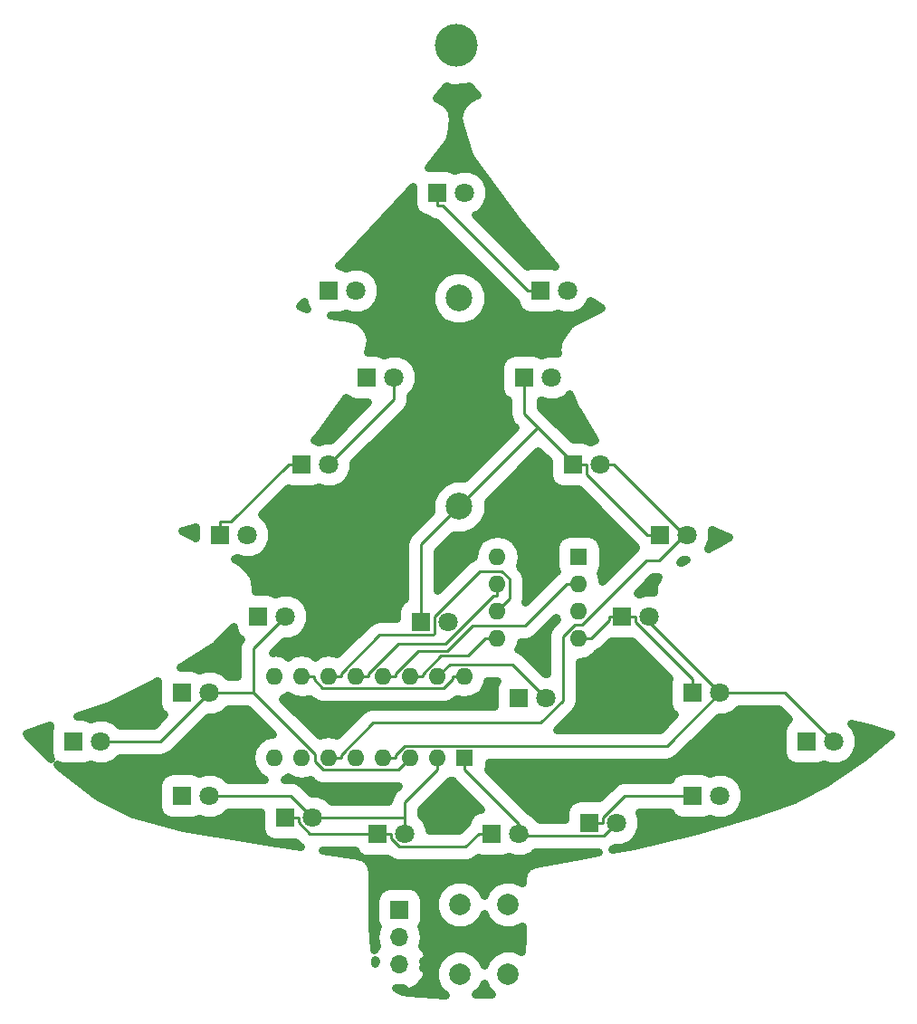
<source format=gbr>
G04 #@! TF.FileFunction,Copper,L2,Bot,Signal*
%FSLAX46Y46*%
G04 Gerber Fmt 4.6, Leading zero omitted, Abs format (unit mm)*
G04 Created by KiCad (PCBNEW 4.0.7) date 09/09/18 15:16:27*
%MOMM*%
%LPD*%
G01*
G04 APERTURE LIST*
%ADD10C,0.100000*%
%ADD11C,2.500000*%
%ADD12C,2.000000*%
%ADD13R,1.800000X1.800000*%
%ADD14C,1.800000*%
%ADD15R,1.600000X1.600000*%
%ADD16O,1.600000X1.600000*%
%ADD17R,1.700000X1.700000*%
%ADD18O,1.700000X1.700000*%
%ADD19C,4.000000*%
%ADD20C,0.250000*%
%ADD21C,0.800000*%
G04 APERTURE END LIST*
D10*
D11*
X133096000Y-100456000D03*
X133096000Y-80956000D03*
D12*
X133168000Y-137668000D03*
X137668000Y-137668000D03*
X133168000Y-144168000D03*
X137668000Y-144168000D03*
D13*
X125476000Y-131064000D03*
D14*
X128016000Y-131064000D03*
D13*
X116840000Y-129540000D03*
D14*
X119380000Y-129540000D03*
D13*
X107188000Y-127508000D03*
D14*
X109728000Y-127508000D03*
D13*
X97028000Y-122428000D03*
D14*
X99568000Y-122428000D03*
D13*
X107188000Y-117856000D03*
D14*
X109728000Y-117856000D03*
D13*
X114300000Y-110744000D03*
D14*
X116840000Y-110744000D03*
D13*
X110744000Y-103124000D03*
D14*
X113284000Y-103124000D03*
D13*
X118364000Y-96520000D03*
D14*
X120904000Y-96520000D03*
D13*
X124460000Y-88392000D03*
D14*
X127000000Y-88392000D03*
D13*
X120904000Y-80264000D03*
D14*
X123444000Y-80264000D03*
D13*
X131064000Y-71120000D03*
D14*
X133604000Y-71120000D03*
D13*
X140716000Y-80264000D03*
D14*
X143256000Y-80264000D03*
D13*
X139192000Y-88392000D03*
D14*
X141732000Y-88392000D03*
D13*
X143764000Y-96520000D03*
D14*
X146304000Y-96520000D03*
D13*
X151892000Y-103124000D03*
D14*
X154432000Y-103124000D03*
D13*
X148336000Y-110744000D03*
D14*
X150876000Y-110744000D03*
D13*
X154940000Y-117856000D03*
D14*
X157480000Y-117856000D03*
D13*
X165608000Y-122428000D03*
D14*
X168148000Y-122428000D03*
D13*
X154940000Y-127508000D03*
D14*
X157480000Y-127508000D03*
D13*
X145288000Y-130048000D03*
D14*
X147828000Y-130048000D03*
D13*
X136144000Y-131064000D03*
D14*
X138684000Y-131064000D03*
D13*
X138684000Y-118364000D03*
D14*
X141224000Y-118364000D03*
D13*
X129540000Y-111252000D03*
D14*
X132080000Y-111252000D03*
D15*
X133604000Y-123952000D03*
D16*
X115824000Y-116332000D03*
X131064000Y-123952000D03*
X118364000Y-116332000D03*
X128524000Y-123952000D03*
X120904000Y-116332000D03*
X125984000Y-123952000D03*
X123444000Y-116332000D03*
X123444000Y-123952000D03*
X125984000Y-116332000D03*
X120904000Y-123952000D03*
X128524000Y-116332000D03*
X118364000Y-123952000D03*
X131064000Y-116332000D03*
X115824000Y-123952000D03*
X133604000Y-116332000D03*
D15*
X144272000Y-105156000D03*
D16*
X136652000Y-112776000D03*
X144272000Y-107696000D03*
X136652000Y-110236000D03*
X144272000Y-110236000D03*
X136652000Y-107696000D03*
X144272000Y-112776000D03*
X136652000Y-105156000D03*
D17*
X127508000Y-138176000D03*
D18*
X127508000Y-140716000D03*
X127508000Y-143256000D03*
D19*
X132842000Y-57364000D03*
D20*
X148593800Y-127508000D02*
X154940000Y-127508000D01*
X146513300Y-129588500D02*
X148593800Y-127508000D01*
X146513300Y-130048000D02*
X146513300Y-129588500D01*
X145288000Y-130048000D02*
X146513300Y-130048000D01*
X111760000Y-101898700D02*
X110744000Y-101898700D01*
X117138700Y-96520000D02*
X111760000Y-101898700D01*
X118364000Y-96520000D02*
X117138700Y-96520000D01*
X110744000Y-103124000D02*
X110744000Y-101898700D01*
X116840000Y-129540000D02*
X118065300Y-129540000D01*
X147110700Y-111062600D02*
X147110700Y-110744000D01*
X145397300Y-112776000D02*
X147110700Y-111062600D01*
X144272000Y-112776000D02*
X145397300Y-112776000D01*
X148336000Y-110744000D02*
X147110700Y-110744000D01*
X149561300Y-111252000D02*
X149561300Y-110744000D01*
X154940000Y-116630700D02*
X149561300Y-111252000D01*
X154940000Y-117856000D02*
X154940000Y-116630700D01*
X148336000Y-110744000D02*
X149561300Y-110744000D01*
X144989300Y-97446600D02*
X150666700Y-103124000D01*
X144989300Y-96520000D02*
X144989300Y-97446600D01*
X151892000Y-103124000D02*
X150666700Y-103124000D01*
X119129800Y-131064000D02*
X125476000Y-131064000D01*
X118065300Y-129999500D02*
X119129800Y-131064000D01*
X118065300Y-129540000D02*
X118065300Y-129999500D01*
X131572000Y-72345300D02*
X131064000Y-72345300D01*
X139490700Y-80264000D02*
X131572000Y-72345300D01*
X140716000Y-80264000D02*
X139490700Y-80264000D01*
X131064000Y-71120000D02*
X131064000Y-72345300D01*
X126701300Y-131523600D02*
X126701300Y-131064000D01*
X127467000Y-132289300D02*
X126701300Y-131523600D01*
X133693400Y-132289300D02*
X127467000Y-132289300D01*
X134918700Y-131064000D02*
X133693400Y-132289300D01*
X136144000Y-131064000D02*
X134918700Y-131064000D01*
X125476000Y-131064000D02*
X126701300Y-131064000D01*
X143764000Y-96520000D02*
X143889500Y-96520000D01*
X143889500Y-96520000D02*
X144989300Y-96520000D01*
X143889500Y-96520000D02*
X140460800Y-93091200D01*
X139192000Y-91822500D02*
X139192000Y-88392000D01*
X140460800Y-93091200D02*
X139192000Y-91822500D01*
X129540000Y-104012000D02*
X133096000Y-100456000D01*
X129540000Y-111252000D02*
X129540000Y-104012000D01*
X133096000Y-100456000D02*
X140460800Y-93091200D01*
X131064000Y-123952000D02*
X131064000Y-125077300D01*
X117348000Y-127508000D02*
X119380000Y-129540000D01*
X109728000Y-127508000D02*
X117348000Y-127508000D01*
X128016000Y-129540000D02*
X119380000Y-129540000D01*
X128016000Y-128125300D02*
X128016000Y-129540000D01*
X131064000Y-125077300D02*
X128016000Y-128125300D01*
X128016000Y-129540000D02*
X128016000Y-131064000D01*
X105156000Y-122428000D02*
X99568000Y-122428000D01*
X109728000Y-117856000D02*
X105156000Y-122428000D01*
X113862300Y-113721700D02*
X116840000Y-110744000D01*
X113862300Y-117856000D02*
X113862300Y-113721700D01*
X119634000Y-123627700D02*
X113862300Y-117856000D01*
X119634000Y-124332300D02*
X119634000Y-123627700D01*
X120388800Y-125087100D02*
X119634000Y-124332300D01*
X127388900Y-125087100D02*
X120388800Y-125087100D01*
X128524000Y-123952000D02*
X127388900Y-125087100D01*
X113862300Y-117856000D02*
X109728000Y-117856000D01*
X127000000Y-90424000D02*
X127000000Y-88392000D01*
X120904000Y-96520000D02*
X127000000Y-90424000D01*
X120904000Y-123952000D02*
X122029300Y-123952000D01*
X153662100Y-103124000D02*
X154432000Y-103124000D01*
X153662100Y-103629200D02*
X153662100Y-103124000D01*
X151766700Y-105524600D02*
X153662100Y-103629200D01*
X150578200Y-105524600D02*
X151766700Y-105524600D01*
X144596800Y-111506000D02*
X150578200Y-105524600D01*
X143885300Y-111506000D02*
X144596800Y-111506000D01*
X142773700Y-112617600D02*
X143885300Y-111506000D01*
X142773700Y-118611000D02*
X142773700Y-112617600D01*
X140729000Y-120655700D02*
X142773700Y-118611000D01*
X125044300Y-120655700D02*
X140729000Y-120655700D01*
X122029300Y-123670700D02*
X125044300Y-120655700D01*
X122029300Y-123952000D02*
X122029300Y-123670700D01*
X147579900Y-96520000D02*
X146304000Y-96520000D01*
X153662100Y-102602200D02*
X147579900Y-96520000D01*
X153662100Y-103124000D02*
X153662100Y-102602200D01*
X125984000Y-123952000D02*
X127109300Y-123952000D01*
X163576000Y-117856000D02*
X157480000Y-117856000D01*
X168148000Y-122428000D02*
X163576000Y-117856000D01*
X152509300Y-122826700D02*
X157480000Y-117856000D01*
X127975100Y-122826700D02*
X152509300Y-122826700D01*
X127109300Y-123692500D02*
X127975100Y-122826700D01*
X127109300Y-123952000D02*
X127109300Y-123692500D01*
X150876000Y-111252000D02*
X150876000Y-110744000D01*
X157480000Y-117856000D02*
X150876000Y-111252000D01*
X138893400Y-131273400D02*
X138684000Y-131064000D01*
X146602600Y-131273400D02*
X138893400Y-131273400D01*
X147828000Y-130048000D02*
X146602600Y-131273400D01*
X138683900Y-131064000D02*
X138684000Y-131064000D01*
X138683900Y-130157200D02*
X138683900Y-131064000D01*
X133604000Y-125077300D02*
X138683900Y-130157200D01*
X133604000Y-123952000D02*
X133604000Y-125077300D01*
X138062800Y-115202800D02*
X141224000Y-118364000D01*
X132193200Y-115202800D02*
X138062800Y-115202800D01*
X131064000Y-116332000D02*
X132193200Y-115202800D01*
X128524000Y-116332000D02*
X129649300Y-116332000D01*
X136652000Y-112776000D02*
X135526700Y-112776000D01*
X133904800Y-114397900D02*
X135526700Y-112776000D01*
X131400600Y-114397900D02*
X133904800Y-114397900D01*
X129649300Y-116149200D02*
X131400600Y-114397900D01*
X129649300Y-116332000D02*
X129649300Y-116149200D01*
X122029300Y-116050700D02*
X122029300Y-116332000D01*
X125602600Y-112477400D02*
X122029300Y-116050700D01*
X130659400Y-112477400D02*
X125602600Y-112477400D01*
X130765400Y-112371400D02*
X130659400Y-112477400D01*
X130765400Y-110781300D02*
X130765400Y-112371400D01*
X135020000Y-106526700D02*
X130765400Y-110781300D01*
X137083800Y-106526700D02*
X135020000Y-106526700D01*
X137788400Y-107231300D02*
X137083800Y-106526700D01*
X137788400Y-109099600D02*
X137788400Y-107231300D01*
X136652000Y-110236000D02*
X137788400Y-109099600D01*
X120904000Y-116332000D02*
X122029300Y-116332000D01*
X119489300Y-116613400D02*
X119489300Y-116332000D01*
X120333200Y-117457300D02*
X119489300Y-116613400D01*
X131634700Y-117457300D02*
X120333200Y-117457300D01*
X132478700Y-116613300D02*
X131634700Y-117457300D01*
X132478700Y-116332000D02*
X132478700Y-116613300D01*
X133604000Y-116332000D02*
X132478700Y-116332000D01*
X118364000Y-116332000D02*
X119489300Y-116332000D01*
X136652000Y-107696000D02*
X136652000Y-108821300D01*
X123444000Y-116332000D02*
X124569300Y-116332000D01*
X136257000Y-108821300D02*
X136652000Y-108821300D01*
X131806100Y-113272200D02*
X136257000Y-108821300D01*
X127424600Y-113272200D02*
X131806100Y-113272200D01*
X124569300Y-116127500D02*
X127424600Y-113272200D01*
X124569300Y-116332000D02*
X124569300Y-116127500D01*
X144272000Y-107696000D02*
X143146700Y-107696000D01*
X125984000Y-116332000D02*
X127109300Y-116332000D01*
X139217200Y-111625500D02*
X143146700Y-107696000D01*
X134314700Y-111625500D02*
X139217200Y-111625500D01*
X131992600Y-113947600D02*
X134314700Y-111625500D01*
X129289200Y-113947600D02*
X131992600Y-113947600D01*
X127109300Y-116127500D02*
X129289200Y-113947600D01*
X127109300Y-116332000D02*
X127109300Y-116127500D01*
D21*
G36*
X143951287Y-133214214D02*
X140219622Y-133844475D01*
X140066694Y-133902679D01*
X139906209Y-133934601D01*
X139804823Y-134002345D01*
X139690861Y-134045718D01*
X139571848Y-134158014D01*
X139435795Y-134248921D01*
X139368051Y-134350307D01*
X139279362Y-134433990D01*
X139212381Y-134583284D01*
X139121475Y-134719335D01*
X139097686Y-134838929D01*
X139047773Y-134950181D01*
X139043023Y-135113739D01*
X139011100Y-135274226D01*
X139011100Y-135627022D01*
X138147484Y-135268417D01*
X137192705Y-135267584D01*
X136310285Y-135632192D01*
X135634565Y-136306734D01*
X135417919Y-136828475D01*
X135203808Y-136310285D01*
X134529266Y-135634565D01*
X133647484Y-135268417D01*
X132692705Y-135267584D01*
X131810285Y-135632192D01*
X131134565Y-136306734D01*
X130768417Y-137188516D01*
X130767584Y-138143295D01*
X131132192Y-139025715D01*
X131806734Y-139701435D01*
X132688516Y-140067583D01*
X133643295Y-140068416D01*
X134525715Y-139703808D01*
X135201435Y-139029266D01*
X135418081Y-138507525D01*
X135632192Y-139025715D01*
X136306734Y-139701435D01*
X137188516Y-140067583D01*
X138143295Y-140068416D01*
X139011100Y-139709847D01*
X139011100Y-140708643D01*
X138912823Y-142086213D01*
X138147484Y-141768417D01*
X137192705Y-141767584D01*
X136310285Y-142132192D01*
X135634565Y-142806734D01*
X135417919Y-143328475D01*
X135203808Y-142810285D01*
X134529266Y-142134565D01*
X133647484Y-141768417D01*
X132692705Y-141767584D01*
X131810285Y-142132192D01*
X131134565Y-142806734D01*
X130768417Y-143688516D01*
X130767584Y-144643295D01*
X131132192Y-145525715D01*
X131780589Y-146175244D01*
X128311658Y-145878997D01*
X129231618Y-145398830D01*
X129920441Y-144576117D01*
X130147302Y-144028387D01*
X129755916Y-143606000D01*
X129732461Y-143606000D01*
X129802080Y-143256000D01*
X129732461Y-142906000D01*
X129755916Y-142906000D01*
X130147302Y-142483613D01*
X129920441Y-141935883D01*
X129626009Y-141584221D01*
X129630809Y-141577038D01*
X129802080Y-140716000D01*
X129630809Y-139854962D01*
X129559220Y-139747822D01*
X129672966Y-139581349D01*
X129785427Y-139026000D01*
X129785427Y-137326000D01*
X129687806Y-136807191D01*
X129381191Y-136330697D01*
X128913349Y-136011034D01*
X128358000Y-135898573D01*
X126658000Y-135898573D01*
X126139191Y-135996194D01*
X125662697Y-136302809D01*
X125343034Y-136770651D01*
X125230573Y-137326000D01*
X125230573Y-139026000D01*
X125328194Y-139544809D01*
X125457824Y-139746260D01*
X125385191Y-139854962D01*
X125213920Y-140716000D01*
X125385191Y-141577038D01*
X125389991Y-141584221D01*
X125110671Y-141917833D01*
X124911100Y-139669935D01*
X124911100Y-134529638D01*
X124876532Y-134355853D01*
X124868033Y-134178869D01*
X124821848Y-134080940D01*
X124800725Y-133974747D01*
X124702283Y-133827418D01*
X124626703Y-133667160D01*
X124546560Y-133594361D01*
X124486405Y-133504333D01*
X124339076Y-133405891D01*
X124250613Y-133325534D01*
X124576000Y-133391427D01*
X126376000Y-133391427D01*
X126413660Y-133384341D01*
X126883408Y-133698216D01*
X127467000Y-133814300D01*
X133693400Y-133814300D01*
X134276992Y-133698216D01*
X134771738Y-133367638D01*
X134831485Y-133307891D01*
X135244000Y-133391427D01*
X137044000Y-133391427D01*
X137562809Y-133293806D01*
X137756404Y-133169232D01*
X138224495Y-133363600D01*
X139139491Y-133364399D01*
X139985143Y-133014982D01*
X140202104Y-132798400D01*
X146079391Y-132798400D01*
X143951287Y-133214214D01*
X143951287Y-133214214D01*
G37*
X143951287Y-133214214D02*
X140219622Y-133844475D01*
X140066694Y-133902679D01*
X139906209Y-133934601D01*
X139804823Y-134002345D01*
X139690861Y-134045718D01*
X139571848Y-134158014D01*
X139435795Y-134248921D01*
X139368051Y-134350307D01*
X139279362Y-134433990D01*
X139212381Y-134583284D01*
X139121475Y-134719335D01*
X139097686Y-134838929D01*
X139047773Y-134950181D01*
X139043023Y-135113739D01*
X139011100Y-135274226D01*
X139011100Y-135627022D01*
X138147484Y-135268417D01*
X137192705Y-135267584D01*
X136310285Y-135632192D01*
X135634565Y-136306734D01*
X135417919Y-136828475D01*
X135203808Y-136310285D01*
X134529266Y-135634565D01*
X133647484Y-135268417D01*
X132692705Y-135267584D01*
X131810285Y-135632192D01*
X131134565Y-136306734D01*
X130768417Y-137188516D01*
X130767584Y-138143295D01*
X131132192Y-139025715D01*
X131806734Y-139701435D01*
X132688516Y-140067583D01*
X133643295Y-140068416D01*
X134525715Y-139703808D01*
X135201435Y-139029266D01*
X135418081Y-138507525D01*
X135632192Y-139025715D01*
X136306734Y-139701435D01*
X137188516Y-140067583D01*
X138143295Y-140068416D01*
X139011100Y-139709847D01*
X139011100Y-140708643D01*
X138912823Y-142086213D01*
X138147484Y-141768417D01*
X137192705Y-141767584D01*
X136310285Y-142132192D01*
X135634565Y-142806734D01*
X135417919Y-143328475D01*
X135203808Y-142810285D01*
X134529266Y-142134565D01*
X133647484Y-141768417D01*
X132692705Y-141767584D01*
X131810285Y-142132192D01*
X131134565Y-142806734D01*
X130768417Y-143688516D01*
X130767584Y-144643295D01*
X131132192Y-145525715D01*
X131780589Y-146175244D01*
X128311658Y-145878997D01*
X129231618Y-145398830D01*
X129920441Y-144576117D01*
X130147302Y-144028387D01*
X129755916Y-143606000D01*
X129732461Y-143606000D01*
X129802080Y-143256000D01*
X129732461Y-142906000D01*
X129755916Y-142906000D01*
X130147302Y-142483613D01*
X129920441Y-141935883D01*
X129626009Y-141584221D01*
X129630809Y-141577038D01*
X129802080Y-140716000D01*
X129630809Y-139854962D01*
X129559220Y-139747822D01*
X129672966Y-139581349D01*
X129785427Y-139026000D01*
X129785427Y-137326000D01*
X129687806Y-136807191D01*
X129381191Y-136330697D01*
X128913349Y-136011034D01*
X128358000Y-135898573D01*
X126658000Y-135898573D01*
X126139191Y-135996194D01*
X125662697Y-136302809D01*
X125343034Y-136770651D01*
X125230573Y-137326000D01*
X125230573Y-139026000D01*
X125328194Y-139544809D01*
X125457824Y-139746260D01*
X125385191Y-139854962D01*
X125213920Y-140716000D01*
X125385191Y-141577038D01*
X125389991Y-141584221D01*
X125110671Y-141917833D01*
X124911100Y-139669935D01*
X124911100Y-134529638D01*
X124876532Y-134355853D01*
X124868033Y-134178869D01*
X124821848Y-134080940D01*
X124800725Y-133974747D01*
X124702283Y-133827418D01*
X124626703Y-133667160D01*
X124546560Y-133594361D01*
X124486405Y-133504333D01*
X124339076Y-133405891D01*
X124250613Y-133325534D01*
X124576000Y-133391427D01*
X126376000Y-133391427D01*
X126413660Y-133384341D01*
X126883408Y-133698216D01*
X127467000Y-133814300D01*
X133693400Y-133814300D01*
X134276992Y-133698216D01*
X134771738Y-133367638D01*
X134831485Y-133307891D01*
X135244000Y-133391427D01*
X137044000Y-133391427D01*
X137562809Y-133293806D01*
X137756404Y-133169232D01*
X138224495Y-133363600D01*
X139139491Y-133364399D01*
X139985143Y-133014982D01*
X140202104Y-132798400D01*
X146079391Y-132798400D01*
X143951287Y-133214214D01*
G36*
X135632192Y-145525715D02*
X136156299Y-146050737D01*
X134633116Y-146096594D01*
X135201435Y-145529266D01*
X135418081Y-145007525D01*
X135632192Y-145525715D01*
X135632192Y-145525715D01*
G37*
X135632192Y-145525715D02*
X136156299Y-146050737D01*
X134633116Y-146096594D01*
X135201435Y-145529266D01*
X135418081Y-145007525D01*
X135632192Y-145525715D01*
G36*
X127858000Y-145508651D02*
X128257511Y-145874373D01*
X127825480Y-145837477D01*
X127158000Y-145507377D01*
X127158000Y-145445149D01*
X127463920Y-145506000D01*
X127552080Y-145506000D01*
X127858000Y-145445149D01*
X127858000Y-145508651D01*
X127858000Y-145508651D01*
G37*
X127858000Y-145508651D02*
X128257511Y-145874373D01*
X127825480Y-145837477D01*
X127158000Y-145507377D01*
X127158000Y-145445149D01*
X127463920Y-145506000D01*
X127552080Y-145506000D01*
X127858000Y-145445149D01*
X127858000Y-145508651D01*
G36*
X125260084Y-142906000D02*
X125283539Y-142906000D01*
X125224675Y-143201932D01*
X125191865Y-142832378D01*
X125260084Y-142906000D01*
X125260084Y-142906000D01*
G37*
X125260084Y-142906000D02*
X125283539Y-142906000D01*
X125224675Y-143201932D01*
X125191865Y-142832378D01*
X125260084Y-142906000D01*
G36*
X123552809Y-132959303D02*
X123837288Y-133153679D01*
X123675441Y-133095568D01*
X120286211Y-132589000D01*
X123314526Y-132589000D01*
X123552809Y-132959303D01*
X123552809Y-132959303D01*
G37*
X123552809Y-132959303D02*
X123837288Y-133153679D01*
X123675441Y-133095568D01*
X120286211Y-132589000D01*
X123314526Y-132589000D01*
X123552809Y-132959303D01*
G36*
X163928967Y-120365643D02*
X163712697Y-120504809D01*
X163393034Y-120972651D01*
X163280573Y-121528000D01*
X163280573Y-123328000D01*
X163378194Y-123846809D01*
X163684809Y-124323303D01*
X164152651Y-124642966D01*
X164708000Y-124755427D01*
X166508000Y-124755427D01*
X167026809Y-124657806D01*
X167220404Y-124533232D01*
X167688495Y-124727600D01*
X168603491Y-124728399D01*
X169449143Y-124378982D01*
X170096708Y-123732547D01*
X170447600Y-122887505D01*
X170448399Y-121972509D01*
X170098982Y-121126857D01*
X169714071Y-120741274D01*
X171530595Y-121181997D01*
X173301805Y-121726975D01*
X173489220Y-121797882D01*
X170889285Y-123896446D01*
X167456613Y-126249477D01*
X164382763Y-127848848D01*
X160770608Y-129168318D01*
X155351738Y-130706596D01*
X149413588Y-132146926D01*
X147398076Y-132540740D01*
X147680938Y-132351738D01*
X147684800Y-132347876D01*
X148283491Y-132348399D01*
X149129143Y-131998982D01*
X149776708Y-131352547D01*
X150127600Y-130507505D01*
X150128399Y-129592509D01*
X149897214Y-129033000D01*
X152778526Y-129033000D01*
X153016809Y-129403303D01*
X153484651Y-129722966D01*
X154040000Y-129835427D01*
X155840000Y-129835427D01*
X156358809Y-129737806D01*
X156552404Y-129613232D01*
X157020495Y-129807600D01*
X157935491Y-129808399D01*
X158781143Y-129458982D01*
X159428708Y-128812547D01*
X159779600Y-127967505D01*
X159780399Y-127052509D01*
X159430982Y-126206857D01*
X158784547Y-125559292D01*
X157939505Y-125208400D01*
X157024509Y-125207601D01*
X156554525Y-125401795D01*
X156395349Y-125293034D01*
X155840000Y-125180573D01*
X154040000Y-125180573D01*
X153521191Y-125278194D01*
X153044697Y-125584809D01*
X152772625Y-125983000D01*
X148593800Y-125983000D01*
X148010208Y-126099084D01*
X147515462Y-126429662D01*
X146218396Y-127726728D01*
X146188000Y-127720573D01*
X144388000Y-127720573D01*
X143869191Y-127818194D01*
X143392697Y-128124809D01*
X143073034Y-128592651D01*
X142960573Y-129148000D01*
X142960573Y-129748400D01*
X140620550Y-129748400D01*
X139988547Y-129115292D01*
X139663836Y-128980460D01*
X135764731Y-125081355D01*
X135831427Y-124752000D01*
X135831427Y-124351700D01*
X152509300Y-124351700D01*
X153092892Y-124235616D01*
X153587638Y-123905038D01*
X157336800Y-120155876D01*
X157935491Y-120156399D01*
X158781143Y-119806982D01*
X159207870Y-119381000D01*
X162944324Y-119381000D01*
X163928967Y-120365643D01*
X163928967Y-120365643D01*
G37*
X163928967Y-120365643D02*
X163712697Y-120504809D01*
X163393034Y-120972651D01*
X163280573Y-121528000D01*
X163280573Y-123328000D01*
X163378194Y-123846809D01*
X163684809Y-124323303D01*
X164152651Y-124642966D01*
X164708000Y-124755427D01*
X166508000Y-124755427D01*
X167026809Y-124657806D01*
X167220404Y-124533232D01*
X167688495Y-124727600D01*
X168603491Y-124728399D01*
X169449143Y-124378982D01*
X170096708Y-123732547D01*
X170447600Y-122887505D01*
X170448399Y-121972509D01*
X170098982Y-121126857D01*
X169714071Y-120741274D01*
X171530595Y-121181997D01*
X173301805Y-121726975D01*
X173489220Y-121797882D01*
X170889285Y-123896446D01*
X167456613Y-126249477D01*
X164382763Y-127848848D01*
X160770608Y-129168318D01*
X155351738Y-130706596D01*
X149413588Y-132146926D01*
X147398076Y-132540740D01*
X147680938Y-132351738D01*
X147684800Y-132347876D01*
X148283491Y-132348399D01*
X149129143Y-131998982D01*
X149776708Y-131352547D01*
X150127600Y-130507505D01*
X150128399Y-129592509D01*
X149897214Y-129033000D01*
X152778526Y-129033000D01*
X153016809Y-129403303D01*
X153484651Y-129722966D01*
X154040000Y-129835427D01*
X155840000Y-129835427D01*
X156358809Y-129737806D01*
X156552404Y-129613232D01*
X157020495Y-129807600D01*
X157935491Y-129808399D01*
X158781143Y-129458982D01*
X159428708Y-128812547D01*
X159779600Y-127967505D01*
X159780399Y-127052509D01*
X159430982Y-126206857D01*
X158784547Y-125559292D01*
X157939505Y-125208400D01*
X157024509Y-125207601D01*
X156554525Y-125401795D01*
X156395349Y-125293034D01*
X155840000Y-125180573D01*
X154040000Y-125180573D01*
X153521191Y-125278194D01*
X153044697Y-125584809D01*
X152772625Y-125983000D01*
X148593800Y-125983000D01*
X148010208Y-126099084D01*
X147515462Y-126429662D01*
X146218396Y-127726728D01*
X146188000Y-127720573D01*
X144388000Y-127720573D01*
X143869191Y-127818194D01*
X143392697Y-128124809D01*
X143073034Y-128592651D01*
X142960573Y-129148000D01*
X142960573Y-129748400D01*
X140620550Y-129748400D01*
X139988547Y-129115292D01*
X139663836Y-128980460D01*
X135764731Y-125081355D01*
X135831427Y-124752000D01*
X135831427Y-124351700D01*
X152509300Y-124351700D01*
X153092892Y-124235616D01*
X153587638Y-123905038D01*
X157336800Y-120155876D01*
X157935491Y-120156399D01*
X158781143Y-119806982D01*
X159207870Y-119381000D01*
X162944324Y-119381000D01*
X163928967Y-120365643D01*
G36*
X115602568Y-121752944D02*
X114982096Y-121876364D01*
X114268365Y-122353264D01*
X113791465Y-123066995D01*
X113624000Y-123908899D01*
X113624000Y-123995101D01*
X113791465Y-124837005D01*
X114268365Y-125550736D01*
X114915294Y-125983000D01*
X111455516Y-125983000D01*
X111032547Y-125559292D01*
X110187505Y-125208400D01*
X109272509Y-125207601D01*
X108802525Y-125401795D01*
X108643349Y-125293034D01*
X108088000Y-125180573D01*
X106288000Y-125180573D01*
X105769191Y-125278194D01*
X105292697Y-125584809D01*
X104973034Y-126052651D01*
X104860573Y-126608000D01*
X104860573Y-128408000D01*
X104958194Y-128926809D01*
X105264809Y-129403303D01*
X105732651Y-129722966D01*
X106288000Y-129835427D01*
X108088000Y-129835427D01*
X108606809Y-129737806D01*
X108800404Y-129613232D01*
X109268495Y-129807600D01*
X110183491Y-129808399D01*
X111029143Y-129458982D01*
X111455870Y-129033000D01*
X114512573Y-129033000D01*
X114512573Y-130440000D01*
X114610194Y-130958809D01*
X114916809Y-131435303D01*
X115384651Y-131754966D01*
X115940000Y-131867427D01*
X117740000Y-131867427D01*
X117770763Y-131861639D01*
X118051462Y-132142338D01*
X118268629Y-132287444D01*
X115438942Y-131864508D01*
X107221667Y-130477637D01*
X102558360Y-129210229D01*
X99220793Y-127547001D01*
X95817990Y-124893421D01*
X95507846Y-124598687D01*
X95572651Y-124642966D01*
X96128000Y-124755427D01*
X97928000Y-124755427D01*
X98446809Y-124657806D01*
X98640404Y-124533232D01*
X99108495Y-124727600D01*
X100023491Y-124728399D01*
X100869143Y-124378982D01*
X101295870Y-123953000D01*
X105156000Y-123953000D01*
X105739592Y-123836916D01*
X106234338Y-123506338D01*
X109584800Y-120155876D01*
X110183491Y-120156399D01*
X111029143Y-119806982D01*
X111455870Y-119381000D01*
X113230624Y-119381000D01*
X115602568Y-121752944D01*
X115602568Y-121752944D01*
G37*
X115602568Y-121752944D02*
X114982096Y-121876364D01*
X114268365Y-122353264D01*
X113791465Y-123066995D01*
X113624000Y-123908899D01*
X113624000Y-123995101D01*
X113791465Y-124837005D01*
X114268365Y-125550736D01*
X114915294Y-125983000D01*
X111455516Y-125983000D01*
X111032547Y-125559292D01*
X110187505Y-125208400D01*
X109272509Y-125207601D01*
X108802525Y-125401795D01*
X108643349Y-125293034D01*
X108088000Y-125180573D01*
X106288000Y-125180573D01*
X105769191Y-125278194D01*
X105292697Y-125584809D01*
X104973034Y-126052651D01*
X104860573Y-126608000D01*
X104860573Y-128408000D01*
X104958194Y-128926809D01*
X105264809Y-129403303D01*
X105732651Y-129722966D01*
X106288000Y-129835427D01*
X108088000Y-129835427D01*
X108606809Y-129737806D01*
X108800404Y-129613232D01*
X109268495Y-129807600D01*
X110183491Y-129808399D01*
X111029143Y-129458982D01*
X111455870Y-129033000D01*
X114512573Y-129033000D01*
X114512573Y-130440000D01*
X114610194Y-130958809D01*
X114916809Y-131435303D01*
X115384651Y-131754966D01*
X115940000Y-131867427D01*
X117740000Y-131867427D01*
X117770763Y-131861639D01*
X118051462Y-132142338D01*
X118268629Y-132287444D01*
X115438942Y-131864508D01*
X107221667Y-130477637D01*
X102558360Y-129210229D01*
X99220793Y-127547001D01*
X95817990Y-124893421D01*
X95507846Y-124598687D01*
X95572651Y-124642966D01*
X96128000Y-124755427D01*
X97928000Y-124755427D01*
X98446809Y-124657806D01*
X98640404Y-124533232D01*
X99108495Y-124727600D01*
X100023491Y-124728399D01*
X100869143Y-124378982D01*
X101295870Y-123953000D01*
X105156000Y-123953000D01*
X105739592Y-123836916D01*
X106234338Y-123506338D01*
X109584800Y-120155876D01*
X110183491Y-120156399D01*
X111029143Y-119806982D01*
X111455870Y-119381000D01*
X113230624Y-119381000D01*
X115602568Y-121752944D01*
G36*
X132248651Y-126066966D02*
X132500489Y-126117965D01*
X132525662Y-126155638D01*
X135128357Y-128758333D01*
X134725191Y-128834194D01*
X134248697Y-129140809D01*
X133929034Y-129608651D01*
X133854616Y-129976138D01*
X133840362Y-129985662D01*
X133061724Y-130764300D01*
X130316263Y-130764300D01*
X130316399Y-130608509D01*
X129966982Y-129762857D01*
X129541000Y-129336130D01*
X129541000Y-128756976D01*
X132142338Y-126155638D01*
X132216339Y-126044888D01*
X132248651Y-126066966D01*
X132248651Y-126066966D01*
G37*
X132248651Y-126066966D02*
X132500489Y-126117965D01*
X132525662Y-126155638D01*
X135128357Y-128758333D01*
X134725191Y-128834194D01*
X134248697Y-129140809D01*
X133929034Y-129608651D01*
X133854616Y-129976138D01*
X133840362Y-129985662D01*
X133061724Y-130764300D01*
X130316263Y-130764300D01*
X130316399Y-130608509D01*
X129966982Y-129762857D01*
X129541000Y-129336130D01*
X129541000Y-128756976D01*
X132142338Y-126155638D01*
X132216339Y-126044888D01*
X132248651Y-126066966D01*
G36*
X119310462Y-126165438D02*
X119805208Y-126496016D01*
X120388800Y-126612100D01*
X127372524Y-126612100D01*
X126937662Y-127046962D01*
X126607084Y-127541708D01*
X126512940Y-128015000D01*
X121107516Y-128015000D01*
X120684547Y-127591292D01*
X119839505Y-127240400D01*
X119236549Y-127239873D01*
X118426338Y-126429662D01*
X117952914Y-126113331D01*
X118364000Y-126195101D01*
X119178176Y-126033152D01*
X119310462Y-126165438D01*
X119310462Y-126165438D01*
G37*
X119310462Y-126165438D02*
X119805208Y-126496016D01*
X120388800Y-126612100D01*
X127372524Y-126612100D01*
X126937662Y-127046962D01*
X126607084Y-127541708D01*
X126512940Y-128015000D01*
X121107516Y-128015000D01*
X120684547Y-127591292D01*
X119839505Y-127240400D01*
X119236549Y-127239873D01*
X118426338Y-126429662D01*
X117952914Y-126113331D01*
X118364000Y-126195101D01*
X119178176Y-126033152D01*
X119310462Y-126165438D01*
G36*
X117500773Y-126013389D02*
X117348000Y-125983000D01*
X116732706Y-125983000D01*
X117094000Y-125741591D01*
X117500773Y-126013389D01*
X117500773Y-126013389D01*
G37*
X117500773Y-126013389D02*
X117348000Y-125983000D01*
X116732706Y-125983000D01*
X117094000Y-125741591D01*
X117500773Y-126013389D01*
G36*
X94813034Y-120972651D02*
X94700573Y-121528000D01*
X94700573Y-123328000D01*
X94798194Y-123846809D01*
X94926538Y-124046262D01*
X94199604Y-123355447D01*
X92812402Y-121933442D01*
X92595163Y-121694203D01*
X93830029Y-121244802D01*
X94827442Y-120951564D01*
X94813034Y-120972651D01*
X94813034Y-120972651D01*
G37*
X94813034Y-120972651D02*
X94700573Y-121528000D01*
X94700573Y-123328000D01*
X94798194Y-123846809D01*
X94926538Y-124046262D01*
X94199604Y-123355447D01*
X92812402Y-121933442D01*
X92595163Y-121694203D01*
X93830029Y-121244802D01*
X94827442Y-120951564D01*
X94813034Y-120972651D01*
G36*
X136469034Y-116908651D02*
X136356573Y-117464000D01*
X136356573Y-119130700D01*
X125044300Y-119130700D01*
X124460708Y-119246784D01*
X123965962Y-119577362D01*
X121680058Y-121863266D01*
X120904000Y-121708899D01*
X120062096Y-121876364D01*
X120048455Y-121885479D01*
X116586422Y-118423446D01*
X116665904Y-118407636D01*
X117094000Y-118121591D01*
X117522096Y-118407636D01*
X118364000Y-118575101D01*
X119139974Y-118420750D01*
X119254862Y-118535638D01*
X119749608Y-118866216D01*
X120333200Y-118982300D01*
X131634700Y-118982300D01*
X132218292Y-118866216D01*
X132713038Y-118535638D01*
X132827942Y-118420734D01*
X133604000Y-118575101D01*
X134445904Y-118407636D01*
X135159635Y-117930736D01*
X135636535Y-117217005D01*
X135733844Y-116727800D01*
X136592604Y-116727800D01*
X136469034Y-116908651D01*
X136469034Y-116908651D01*
G37*
X136469034Y-116908651D02*
X136356573Y-117464000D01*
X136356573Y-119130700D01*
X125044300Y-119130700D01*
X124460708Y-119246784D01*
X123965962Y-119577362D01*
X121680058Y-121863266D01*
X120904000Y-121708899D01*
X120062096Y-121876364D01*
X120048455Y-121885479D01*
X116586422Y-118423446D01*
X116665904Y-118407636D01*
X117094000Y-118121591D01*
X117522096Y-118407636D01*
X118364000Y-118575101D01*
X119139974Y-118420750D01*
X119254862Y-118535638D01*
X119749608Y-118866216D01*
X120333200Y-118982300D01*
X131634700Y-118982300D01*
X132218292Y-118866216D01*
X132713038Y-118535638D01*
X132827942Y-118420734D01*
X133604000Y-118575101D01*
X134445904Y-118407636D01*
X135159635Y-117930736D01*
X135636535Y-117217005D01*
X135733844Y-116727800D01*
X136592604Y-116727800D01*
X136469034Y-116908651D01*
G36*
X147436000Y-113071427D02*
X149224051Y-113071427D01*
X152696109Y-116543485D01*
X152612573Y-116956000D01*
X152612573Y-118756000D01*
X152710194Y-119274809D01*
X153016809Y-119751303D01*
X153261102Y-119918222D01*
X151877624Y-121301700D01*
X142239676Y-121301700D01*
X143852038Y-119689338D01*
X144182616Y-119194593D01*
X144298700Y-118611000D01*
X144298700Y-114976000D01*
X144315101Y-114976000D01*
X145157005Y-114808535D01*
X145870736Y-114331635D01*
X145966913Y-114187697D01*
X145980892Y-114184916D01*
X146475638Y-113854338D01*
X147288432Y-113041544D01*
X147436000Y-113071427D01*
X147436000Y-113071427D01*
G37*
X147436000Y-113071427D02*
X149224051Y-113071427D01*
X152696109Y-116543485D01*
X152612573Y-116956000D01*
X152612573Y-118756000D01*
X152710194Y-119274809D01*
X153016809Y-119751303D01*
X153261102Y-119918222D01*
X151877624Y-121301700D01*
X142239676Y-121301700D01*
X143852038Y-119689338D01*
X144182616Y-119194593D01*
X144298700Y-118611000D01*
X144298700Y-114976000D01*
X144315101Y-114976000D01*
X145157005Y-114808535D01*
X145870736Y-114331635D01*
X145966913Y-114187697D01*
X145980892Y-114184916D01*
X146475638Y-113854338D01*
X147288432Y-113041544D01*
X147436000Y-113071427D01*
G36*
X104860573Y-116956000D02*
X104860573Y-118756000D01*
X104958194Y-119274809D01*
X105264809Y-119751303D01*
X105509102Y-119918222D01*
X104524324Y-120903000D01*
X101295516Y-120903000D01*
X100872547Y-120479292D01*
X100027505Y-120128400D01*
X99112509Y-120127601D01*
X98642525Y-120321795D01*
X98483349Y-120213034D01*
X97928000Y-120100573D01*
X97379317Y-120100573D01*
X100414468Y-119032973D01*
X100495909Y-118984753D01*
X100587090Y-118959382D01*
X104895592Y-116783072D01*
X104860573Y-116956000D01*
X104860573Y-116956000D01*
G37*
X104860573Y-116956000D02*
X104860573Y-118756000D01*
X104958194Y-119274809D01*
X105264809Y-119751303D01*
X105509102Y-119918222D01*
X104524324Y-120903000D01*
X101295516Y-120903000D01*
X100872547Y-120479292D01*
X100027505Y-120128400D01*
X99112509Y-120127601D01*
X98642525Y-120321795D01*
X98483349Y-120213034D01*
X97928000Y-120100573D01*
X97379317Y-120100573D01*
X100414468Y-119032973D01*
X100495909Y-118984753D01*
X100587090Y-118959382D01*
X104895592Y-116783072D01*
X104860573Y-116956000D01*
G36*
X112070194Y-112162809D02*
X112376809Y-112639303D01*
X112658204Y-112831572D01*
X112453384Y-113138108D01*
X112337300Y-113721700D01*
X112337300Y-116331000D01*
X111455516Y-116331000D01*
X111032547Y-115907292D01*
X110187505Y-115556400D01*
X109272509Y-115555601D01*
X108802525Y-115749795D01*
X108643349Y-115641034D01*
X108088000Y-115528573D01*
X107030739Y-115528573D01*
X110246716Y-113460845D01*
X110369501Y-113342317D01*
X110509351Y-113244520D01*
X111984193Y-111705753D01*
X112070194Y-112162809D01*
X112070194Y-112162809D01*
G37*
X112070194Y-112162809D02*
X112376809Y-112639303D01*
X112658204Y-112831572D01*
X112453384Y-113138108D01*
X112337300Y-113721700D01*
X112337300Y-116331000D01*
X111455516Y-116331000D01*
X111032547Y-115907292D01*
X110187505Y-115556400D01*
X109272509Y-115555601D01*
X108802525Y-115749795D01*
X108643349Y-115641034D01*
X108088000Y-115528573D01*
X107030739Y-115528573D01*
X110246716Y-113460845D01*
X110369501Y-113342317D01*
X110509351Y-113244520D01*
X111984193Y-111705753D01*
X112070194Y-112162809D01*
G36*
X142189787Y-111044837D02*
X141695362Y-111539262D01*
X141364784Y-112034008D01*
X141248700Y-112617600D01*
X141248700Y-116064020D01*
X141080549Y-116063873D01*
X139141138Y-114124462D01*
X138646392Y-113793884D01*
X138614313Y-113787503D01*
X138727636Y-113617904D01*
X138820608Y-113150500D01*
X139217200Y-113150500D01*
X139800792Y-113034416D01*
X140295538Y-112703838D01*
X142150757Y-110848619D01*
X142189787Y-111044837D01*
X142189787Y-111044837D01*
G37*
X142189787Y-111044837D02*
X141695362Y-111539262D01*
X141364784Y-112034008D01*
X141248700Y-112617600D01*
X141248700Y-116064020D01*
X141080549Y-116063873D01*
X139141138Y-114124462D01*
X138646392Y-113793884D01*
X138614313Y-113787503D01*
X138727636Y-113617904D01*
X138820608Y-113150500D01*
X139217200Y-113150500D01*
X139800792Y-113034416D01*
X140295538Y-112703838D01*
X142150757Y-110848619D01*
X142189787Y-111044837D01*
G36*
X128736573Y-72020000D02*
X128834194Y-72538809D01*
X129140809Y-73015303D01*
X129608651Y-73334966D01*
X129976138Y-73409384D01*
X129985662Y-73423638D01*
X130480408Y-73754216D01*
X130909615Y-73839591D01*
X138412362Y-81342338D01*
X138423534Y-81349803D01*
X138486194Y-81682809D01*
X138792809Y-82159303D01*
X139260651Y-82478966D01*
X139816000Y-82591427D01*
X141616000Y-82591427D01*
X142134809Y-82493806D01*
X142328404Y-82369232D01*
X142796495Y-82563600D01*
X143711491Y-82564399D01*
X144557143Y-82214982D01*
X145204708Y-81568547D01*
X145357790Y-81199884D01*
X146367900Y-81903957D01*
X146156538Y-81991445D01*
X146115535Y-82018828D01*
X146067924Y-82031658D01*
X143810518Y-83148902D01*
X143743787Y-83200258D01*
X143665533Y-83231362D01*
X143521410Y-83371400D01*
X143362162Y-83493957D01*
X143320163Y-83566942D01*
X143259769Y-83625624D01*
X142496969Y-84732453D01*
X142408926Y-84936654D01*
X142303859Y-85132633D01*
X142297667Y-85194701D01*
X142272970Y-85251983D01*
X142269773Y-85474332D01*
X142247701Y-85695601D01*
X142290270Y-86133411D01*
X142191505Y-86092400D01*
X141276509Y-86091601D01*
X140806525Y-86285795D01*
X140647349Y-86177034D01*
X140092000Y-86064573D01*
X138292000Y-86064573D01*
X137773191Y-86162194D01*
X137296697Y-86468809D01*
X136977034Y-86936651D01*
X136864573Y-87492000D01*
X136864573Y-89292000D01*
X136962194Y-89810809D01*
X137268809Y-90287303D01*
X137667000Y-90559375D01*
X137667000Y-91822500D01*
X137667006Y-91822530D01*
X137667000Y-91822560D01*
X137725234Y-92115260D01*
X137783084Y-92406092D01*
X137783101Y-92406117D01*
X137783107Y-92406148D01*
X137945486Y-92649144D01*
X138113662Y-92900838D01*
X138113689Y-92900856D01*
X138113705Y-92900880D01*
X138304082Y-93091242D01*
X133588895Y-97806429D01*
X132571195Y-97805541D01*
X131596856Y-98208129D01*
X130850749Y-98952935D01*
X130446461Y-99926570D01*
X130445568Y-100949756D01*
X128461662Y-102933662D01*
X128131084Y-103428408D01*
X128015000Y-104012000D01*
X128015000Y-109090526D01*
X127644697Y-109328809D01*
X127325034Y-109796651D01*
X127212573Y-110352000D01*
X127212573Y-110952400D01*
X125602600Y-110952400D01*
X125019008Y-111068484D01*
X124524262Y-111399062D01*
X121680058Y-114243266D01*
X120904000Y-114088899D01*
X120062096Y-114256364D01*
X119634000Y-114542409D01*
X119205904Y-114256364D01*
X118364000Y-114088899D01*
X117522096Y-114256364D01*
X117094000Y-114542409D01*
X116665904Y-114256364D01*
X115824000Y-114088899D01*
X115609014Y-114131662D01*
X116696800Y-113043876D01*
X117295491Y-113044399D01*
X118141143Y-112694982D01*
X118788708Y-112048547D01*
X119139600Y-111203505D01*
X119140399Y-110288509D01*
X118790982Y-109442857D01*
X118144547Y-108795292D01*
X117299505Y-108444400D01*
X116384509Y-108443601D01*
X115914525Y-108637795D01*
X115755349Y-108529034D01*
X115200000Y-108416573D01*
X113991458Y-108416573D01*
X113987800Y-108378596D01*
X114002695Y-108243294D01*
X113929270Y-107398559D01*
X113858384Y-107154848D01*
X113797520Y-106908453D01*
X113779668Y-106884217D01*
X113771260Y-106855311D01*
X113612504Y-106657276D01*
X113461983Y-106452930D01*
X112632604Y-105696273D01*
X112465499Y-105595370D01*
X112312050Y-105474704D01*
X112098047Y-105365992D01*
X112162809Y-105353806D01*
X112356404Y-105229232D01*
X112824495Y-105423600D01*
X113739491Y-105424399D01*
X114585143Y-105074982D01*
X115232708Y-104428547D01*
X115583600Y-103583505D01*
X115584399Y-102668509D01*
X115234982Y-101822857D01*
X114614293Y-101201083D01*
X117051485Y-98763891D01*
X117464000Y-98847427D01*
X119264000Y-98847427D01*
X119782809Y-98749806D01*
X119976404Y-98625232D01*
X120444495Y-98819600D01*
X121359491Y-98820399D01*
X122205143Y-98470982D01*
X122852708Y-97824547D01*
X123203600Y-96979505D01*
X123204127Y-96376549D01*
X128078338Y-91502338D01*
X128408916Y-91007592D01*
X128525000Y-90424000D01*
X128525000Y-90119516D01*
X128948708Y-89696547D01*
X129299600Y-88851505D01*
X129300399Y-87936509D01*
X128950982Y-87090857D01*
X128304547Y-86443292D01*
X127459505Y-86092400D01*
X126544509Y-86091601D01*
X126074525Y-86285795D01*
X125915349Y-86177034D01*
X125360000Y-86064573D01*
X124514833Y-86064573D01*
X124725732Y-85337474D01*
X124727116Y-85321407D01*
X124734229Y-85306935D01*
X124751351Y-85040167D01*
X124774304Y-84773801D01*
X124769434Y-84758426D01*
X124770467Y-84742335D01*
X124684198Y-84489320D01*
X124603471Y-84234447D01*
X124593089Y-84222107D01*
X124587885Y-84206844D01*
X124271715Y-83660929D01*
X124243868Y-83629263D01*
X124227995Y-83590198D01*
X124057973Y-83417868D01*
X123898106Y-83236072D01*
X123860262Y-83217473D01*
X123830647Y-83187456D01*
X123607620Y-83093308D01*
X123390352Y-82986529D01*
X123348271Y-82983828D01*
X123309423Y-82967429D01*
X122318663Y-82763401D01*
X122234213Y-82762832D01*
X122153141Y-82739167D01*
X121519365Y-82683469D01*
X121078257Y-82591427D01*
X121804000Y-82591427D01*
X122322809Y-82493806D01*
X122516404Y-82369232D01*
X122984495Y-82563600D01*
X123899491Y-82564399D01*
X124745143Y-82214982D01*
X125392708Y-81568547D01*
X125429141Y-81480805D01*
X130445541Y-81480805D01*
X130848129Y-82455144D01*
X131592935Y-83201251D01*
X132566570Y-83605539D01*
X133620805Y-83606459D01*
X134595144Y-83203871D01*
X135341251Y-82459065D01*
X135745539Y-81485430D01*
X135746459Y-80431195D01*
X135343871Y-79456856D01*
X134599065Y-78710749D01*
X133625430Y-78306461D01*
X132571195Y-78305541D01*
X131596856Y-78708129D01*
X130850749Y-79452935D01*
X130446461Y-80426570D01*
X130445541Y-81480805D01*
X125429141Y-81480805D01*
X125743600Y-80723505D01*
X125744399Y-79808509D01*
X125394982Y-78962857D01*
X124748547Y-78315292D01*
X123903505Y-77964400D01*
X122988509Y-77963601D01*
X122518525Y-78157795D01*
X122359349Y-78049034D01*
X121804000Y-77936573D01*
X121793612Y-77936573D01*
X121854723Y-77872239D01*
X121857756Y-77867437D01*
X121862366Y-77864129D01*
X128736573Y-70515084D01*
X128736573Y-72020000D01*
X128736573Y-72020000D01*
G37*
X128736573Y-72020000D02*
X128834194Y-72538809D01*
X129140809Y-73015303D01*
X129608651Y-73334966D01*
X129976138Y-73409384D01*
X129985662Y-73423638D01*
X130480408Y-73754216D01*
X130909615Y-73839591D01*
X138412362Y-81342338D01*
X138423534Y-81349803D01*
X138486194Y-81682809D01*
X138792809Y-82159303D01*
X139260651Y-82478966D01*
X139816000Y-82591427D01*
X141616000Y-82591427D01*
X142134809Y-82493806D01*
X142328404Y-82369232D01*
X142796495Y-82563600D01*
X143711491Y-82564399D01*
X144557143Y-82214982D01*
X145204708Y-81568547D01*
X145357790Y-81199884D01*
X146367900Y-81903957D01*
X146156538Y-81991445D01*
X146115535Y-82018828D01*
X146067924Y-82031658D01*
X143810518Y-83148902D01*
X143743787Y-83200258D01*
X143665533Y-83231362D01*
X143521410Y-83371400D01*
X143362162Y-83493957D01*
X143320163Y-83566942D01*
X143259769Y-83625624D01*
X142496969Y-84732453D01*
X142408926Y-84936654D01*
X142303859Y-85132633D01*
X142297667Y-85194701D01*
X142272970Y-85251983D01*
X142269773Y-85474332D01*
X142247701Y-85695601D01*
X142290270Y-86133411D01*
X142191505Y-86092400D01*
X141276509Y-86091601D01*
X140806525Y-86285795D01*
X140647349Y-86177034D01*
X140092000Y-86064573D01*
X138292000Y-86064573D01*
X137773191Y-86162194D01*
X137296697Y-86468809D01*
X136977034Y-86936651D01*
X136864573Y-87492000D01*
X136864573Y-89292000D01*
X136962194Y-89810809D01*
X137268809Y-90287303D01*
X137667000Y-90559375D01*
X137667000Y-91822500D01*
X137667006Y-91822530D01*
X137667000Y-91822560D01*
X137725234Y-92115260D01*
X137783084Y-92406092D01*
X137783101Y-92406117D01*
X137783107Y-92406148D01*
X137945486Y-92649144D01*
X138113662Y-92900838D01*
X138113689Y-92900856D01*
X138113705Y-92900880D01*
X138304082Y-93091242D01*
X133588895Y-97806429D01*
X132571195Y-97805541D01*
X131596856Y-98208129D01*
X130850749Y-98952935D01*
X130446461Y-99926570D01*
X130445568Y-100949756D01*
X128461662Y-102933662D01*
X128131084Y-103428408D01*
X128015000Y-104012000D01*
X128015000Y-109090526D01*
X127644697Y-109328809D01*
X127325034Y-109796651D01*
X127212573Y-110352000D01*
X127212573Y-110952400D01*
X125602600Y-110952400D01*
X125019008Y-111068484D01*
X124524262Y-111399062D01*
X121680058Y-114243266D01*
X120904000Y-114088899D01*
X120062096Y-114256364D01*
X119634000Y-114542409D01*
X119205904Y-114256364D01*
X118364000Y-114088899D01*
X117522096Y-114256364D01*
X117094000Y-114542409D01*
X116665904Y-114256364D01*
X115824000Y-114088899D01*
X115609014Y-114131662D01*
X116696800Y-113043876D01*
X117295491Y-113044399D01*
X118141143Y-112694982D01*
X118788708Y-112048547D01*
X119139600Y-111203505D01*
X119140399Y-110288509D01*
X118790982Y-109442857D01*
X118144547Y-108795292D01*
X117299505Y-108444400D01*
X116384509Y-108443601D01*
X115914525Y-108637795D01*
X115755349Y-108529034D01*
X115200000Y-108416573D01*
X113991458Y-108416573D01*
X113987800Y-108378596D01*
X114002695Y-108243294D01*
X113929270Y-107398559D01*
X113858384Y-107154848D01*
X113797520Y-106908453D01*
X113779668Y-106884217D01*
X113771260Y-106855311D01*
X113612504Y-106657276D01*
X113461983Y-106452930D01*
X112632604Y-105696273D01*
X112465499Y-105595370D01*
X112312050Y-105474704D01*
X112098047Y-105365992D01*
X112162809Y-105353806D01*
X112356404Y-105229232D01*
X112824495Y-105423600D01*
X113739491Y-105424399D01*
X114585143Y-105074982D01*
X115232708Y-104428547D01*
X115583600Y-103583505D01*
X115584399Y-102668509D01*
X115234982Y-101822857D01*
X114614293Y-101201083D01*
X117051485Y-98763891D01*
X117464000Y-98847427D01*
X119264000Y-98847427D01*
X119782809Y-98749806D01*
X119976404Y-98625232D01*
X120444495Y-98819600D01*
X121359491Y-98820399D01*
X122205143Y-98470982D01*
X122852708Y-97824547D01*
X123203600Y-96979505D01*
X123204127Y-96376549D01*
X128078338Y-91502338D01*
X128408916Y-91007592D01*
X128525000Y-90424000D01*
X128525000Y-90119516D01*
X128948708Y-89696547D01*
X129299600Y-88851505D01*
X129300399Y-87936509D01*
X128950982Y-87090857D01*
X128304547Y-86443292D01*
X127459505Y-86092400D01*
X126544509Y-86091601D01*
X126074525Y-86285795D01*
X125915349Y-86177034D01*
X125360000Y-86064573D01*
X124514833Y-86064573D01*
X124725732Y-85337474D01*
X124727116Y-85321407D01*
X124734229Y-85306935D01*
X124751351Y-85040167D01*
X124774304Y-84773801D01*
X124769434Y-84758426D01*
X124770467Y-84742335D01*
X124684198Y-84489320D01*
X124603471Y-84234447D01*
X124593089Y-84222107D01*
X124587885Y-84206844D01*
X124271715Y-83660929D01*
X124243868Y-83629263D01*
X124227995Y-83590198D01*
X124057973Y-83417868D01*
X123898106Y-83236072D01*
X123860262Y-83217473D01*
X123830647Y-83187456D01*
X123607620Y-83093308D01*
X123390352Y-82986529D01*
X123348271Y-82983828D01*
X123309423Y-82967429D01*
X122318663Y-82763401D01*
X122234213Y-82762832D01*
X122153141Y-82739167D01*
X121519365Y-82683469D01*
X121078257Y-82591427D01*
X121804000Y-82591427D01*
X122322809Y-82493806D01*
X122516404Y-82369232D01*
X122984495Y-82563600D01*
X123899491Y-82564399D01*
X124745143Y-82214982D01*
X125392708Y-81568547D01*
X125429141Y-81480805D01*
X130445541Y-81480805D01*
X130848129Y-82455144D01*
X131592935Y-83201251D01*
X132566570Y-83605539D01*
X133620805Y-83606459D01*
X134595144Y-83203871D01*
X135341251Y-82459065D01*
X135745539Y-81485430D01*
X135746459Y-80431195D01*
X135343871Y-79456856D01*
X134599065Y-78710749D01*
X133625430Y-78306461D01*
X132571195Y-78305541D01*
X131596856Y-78708129D01*
X130850749Y-79452935D01*
X130446461Y-80426570D01*
X130445541Y-81480805D01*
X125429141Y-81480805D01*
X125743600Y-80723505D01*
X125744399Y-79808509D01*
X125394982Y-78962857D01*
X124748547Y-78315292D01*
X123903505Y-77964400D01*
X122988509Y-77963601D01*
X122518525Y-78157795D01*
X122359349Y-78049034D01*
X121804000Y-77936573D01*
X121793612Y-77936573D01*
X121854723Y-77872239D01*
X121857756Y-77867437D01*
X121862366Y-77864129D01*
X128736573Y-70515084D01*
X128736573Y-72020000D01*
G36*
X141436573Y-96223708D02*
X141436573Y-97420000D01*
X141534194Y-97938809D01*
X141840809Y-98415303D01*
X142308651Y-98734966D01*
X142864000Y-98847427D01*
X144233451Y-98847427D01*
X149588362Y-104202338D01*
X149599534Y-104209803D01*
X149627926Y-104360692D01*
X149499862Y-104446262D01*
X146471139Y-107474985D01*
X146347636Y-106854096D01*
X146251294Y-106709911D01*
X146386966Y-106511349D01*
X146499427Y-105956000D01*
X146499427Y-104356000D01*
X146401806Y-103837191D01*
X146095191Y-103360697D01*
X145627349Y-103041034D01*
X145072000Y-102928573D01*
X143472000Y-102928573D01*
X142953191Y-103026194D01*
X142476697Y-103332809D01*
X142157034Y-103800651D01*
X142044573Y-104356000D01*
X142044573Y-105956000D01*
X142142194Y-106474809D01*
X142184278Y-106540210D01*
X142068362Y-106617662D01*
X139245607Y-109440417D01*
X139313400Y-109099600D01*
X139313400Y-107231300D01*
X139197316Y-106647708D01*
X138866738Y-106152962D01*
X138721245Y-106007469D01*
X138727636Y-105997904D01*
X138895101Y-105156000D01*
X138727636Y-104314096D01*
X138250736Y-103600365D01*
X137537005Y-103123465D01*
X136695101Y-102956000D01*
X136608899Y-102956000D01*
X135766995Y-103123465D01*
X135053264Y-103600365D01*
X134576364Y-104314096D01*
X134413449Y-105133125D01*
X133941662Y-105448362D01*
X131065000Y-108325024D01*
X131065000Y-104643676D01*
X132603105Y-103105571D01*
X133620805Y-103106459D01*
X134595144Y-102703871D01*
X135341251Y-101959065D01*
X135745539Y-100985430D01*
X135746432Y-99962244D01*
X140460784Y-95247892D01*
X141436573Y-96223708D01*
X141436573Y-96223708D01*
G37*
X141436573Y-96223708D02*
X141436573Y-97420000D01*
X141534194Y-97938809D01*
X141840809Y-98415303D01*
X142308651Y-98734966D01*
X142864000Y-98847427D01*
X144233451Y-98847427D01*
X149588362Y-104202338D01*
X149599534Y-104209803D01*
X149627926Y-104360692D01*
X149499862Y-104446262D01*
X146471139Y-107474985D01*
X146347636Y-106854096D01*
X146251294Y-106709911D01*
X146386966Y-106511349D01*
X146499427Y-105956000D01*
X146499427Y-104356000D01*
X146401806Y-103837191D01*
X146095191Y-103360697D01*
X145627349Y-103041034D01*
X145072000Y-102928573D01*
X143472000Y-102928573D01*
X142953191Y-103026194D01*
X142476697Y-103332809D01*
X142157034Y-103800651D01*
X142044573Y-104356000D01*
X142044573Y-105956000D01*
X142142194Y-106474809D01*
X142184278Y-106540210D01*
X142068362Y-106617662D01*
X139245607Y-109440417D01*
X139313400Y-109099600D01*
X139313400Y-107231300D01*
X139197316Y-106647708D01*
X138866738Y-106152962D01*
X138721245Y-106007469D01*
X138727636Y-105997904D01*
X138895101Y-105156000D01*
X138727636Y-104314096D01*
X138250736Y-103600365D01*
X137537005Y-103123465D01*
X136695101Y-102956000D01*
X136608899Y-102956000D01*
X135766995Y-103123465D01*
X135053264Y-103600365D01*
X134576364Y-104314096D01*
X134413449Y-105133125D01*
X133941662Y-105448362D01*
X131065000Y-108325024D01*
X131065000Y-104643676D01*
X132603105Y-103105571D01*
X133620805Y-103106459D01*
X134595144Y-102703871D01*
X135341251Y-101959065D01*
X135745539Y-100985430D01*
X135746432Y-99962244D01*
X140460784Y-95247892D01*
X141436573Y-96223708D01*
G36*
X151636023Y-107161254D02*
X151516093Y-107356205D01*
X151381727Y-107541500D01*
X151368771Y-107595685D01*
X151339581Y-107643134D01*
X151303384Y-107869143D01*
X151250156Y-108091750D01*
X151258921Y-108146763D01*
X151250110Y-108201776D01*
X151303160Y-108424436D01*
X151306336Y-108444375D01*
X150420509Y-108443601D01*
X149950525Y-108637795D01*
X149791349Y-108529034D01*
X149740699Y-108518777D01*
X151209876Y-107049600D01*
X151739593Y-107049600D01*
X151636023Y-107161254D01*
X151636023Y-107161254D01*
G37*
X151636023Y-107161254D02*
X151516093Y-107356205D01*
X151381727Y-107541500D01*
X151368771Y-107595685D01*
X151339581Y-107643134D01*
X151303384Y-107869143D01*
X151250156Y-108091750D01*
X151258921Y-108146763D01*
X151250110Y-108201776D01*
X151303160Y-108424436D01*
X151306336Y-108444375D01*
X150420509Y-108443601D01*
X149950525Y-108637795D01*
X149791349Y-108529034D01*
X149740699Y-108518777D01*
X151209876Y-107049600D01*
X151739593Y-107049600D01*
X151636023Y-107161254D01*
G36*
X154368920Y-105423946D02*
X153803320Y-105667387D01*
X153775233Y-105672743D01*
X154024331Y-105423645D01*
X154368920Y-105423946D01*
X154368920Y-105423946D01*
G37*
X154368920Y-105423946D02*
X153803320Y-105667387D01*
X153775233Y-105672743D01*
X154024331Y-105423645D01*
X154368920Y-105423946D01*
G36*
X157456031Y-102974712D02*
X157526394Y-102991447D01*
X157588887Y-103027851D01*
X158297141Y-103271337D01*
X157448448Y-103795859D01*
X156387052Y-104413270D01*
X156731600Y-103583505D01*
X156732399Y-102668509D01*
X156719381Y-102637004D01*
X157456031Y-102974712D01*
X157456031Y-102974712D01*
G37*
X157456031Y-102974712D02*
X157526394Y-102991447D01*
X157588887Y-103027851D01*
X158297141Y-103271337D01*
X157448448Y-103795859D01*
X156387052Y-104413270D01*
X156731600Y-103583505D01*
X156732399Y-102668509D01*
X156719381Y-102637004D01*
X157456031Y-102974712D01*
G36*
X108416573Y-103427770D02*
X107155282Y-102708942D01*
X107693723Y-102609475D01*
X107776382Y-102576553D01*
X107864835Y-102566964D01*
X108416573Y-102393662D01*
X108416573Y-103427770D01*
X108416573Y-103427770D01*
G37*
X108416573Y-103427770D02*
X107155282Y-102708942D01*
X107693723Y-102609475D01*
X107776382Y-102576553D01*
X107864835Y-102566964D01*
X108416573Y-102393662D01*
X108416573Y-103427770D01*
G36*
X144037903Y-91362510D02*
X144100683Y-91455271D01*
X144139701Y-91560262D01*
X145792384Y-94242791D01*
X145378525Y-94413795D01*
X145219349Y-94305034D01*
X144664000Y-94192573D01*
X143718785Y-94192573D01*
X141539154Y-92012878D01*
X141539144Y-92012872D01*
X141539138Y-92012862D01*
X141539112Y-92012845D01*
X141539095Y-92012819D01*
X140717000Y-91190789D01*
X140717000Y-90553474D01*
X140804404Y-90497232D01*
X141272495Y-90691600D01*
X142187491Y-90692399D01*
X143033143Y-90342982D01*
X143438201Y-89938631D01*
X144037903Y-91362510D01*
X144037903Y-91362510D01*
G37*
X144037903Y-91362510D02*
X144100683Y-91455271D01*
X144139701Y-91560262D01*
X145792384Y-94242791D01*
X145378525Y-94413795D01*
X145219349Y-94305034D01*
X144664000Y-94192573D01*
X143718785Y-94192573D01*
X141539154Y-92012878D01*
X141539144Y-92012872D01*
X141539138Y-92012862D01*
X141539112Y-92012845D01*
X141539095Y-92012819D01*
X140717000Y-91190789D01*
X140717000Y-90553474D01*
X140804404Y-90497232D01*
X141272495Y-90691600D01*
X142187491Y-90692399D01*
X143033143Y-90342982D01*
X143438201Y-89938631D01*
X144037903Y-91362510D01*
G36*
X122536809Y-90287303D02*
X123004651Y-90606966D01*
X123560000Y-90719427D01*
X124547897Y-90719427D01*
X121047200Y-94220124D01*
X120448509Y-94219601D01*
X119978525Y-94413795D01*
X119819349Y-94305034D01*
X119500998Y-94240566D01*
X119970713Y-93791528D01*
X120052596Y-93674757D01*
X120155712Y-93576234D01*
X122501661Y-90232682D01*
X122536809Y-90287303D01*
X122536809Y-90287303D01*
G37*
X122536809Y-90287303D02*
X123004651Y-90606966D01*
X123560000Y-90719427D01*
X124547897Y-90719427D01*
X121047200Y-94220124D01*
X120448509Y-94219601D01*
X119978525Y-94413795D01*
X119819349Y-94305034D01*
X119500998Y-94240566D01*
X119970713Y-93791528D01*
X120052596Y-93674757D01*
X120155712Y-93576234D01*
X122501661Y-90232682D01*
X122536809Y-90287303D01*
G36*
X118674194Y-81682809D02*
X118854270Y-81962656D01*
X118610994Y-81879426D01*
X118197590Y-81722250D01*
X118601588Y-81296945D01*
X118674194Y-81682809D01*
X118674194Y-81682809D01*
G37*
X118674194Y-81682809D02*
X118854270Y-81962656D01*
X118610994Y-81879426D01*
X118197590Y-81722250D01*
X118601588Y-81296945D01*
X118674194Y-81682809D01*
G36*
X134738776Y-61984536D02*
X134430245Y-62102285D01*
X134225852Y-62230694D01*
X134014294Y-62346986D01*
X133654784Y-62649158D01*
X133592411Y-62727005D01*
X133512352Y-62786510D01*
X133417091Y-62945819D01*
X133301025Y-63090679D01*
X133273191Y-63186469D01*
X133221997Y-63272082D01*
X133095354Y-63627191D01*
X133068650Y-63808516D01*
X133016931Y-63984356D01*
X133027800Y-64085892D01*
X133012922Y-64186915D01*
X133057640Y-64364657D01*
X133077149Y-64546904D01*
X134016923Y-67553072D01*
X134132193Y-67764403D01*
X134234737Y-67982185D01*
X138770581Y-74120127D01*
X138805646Y-74152018D01*
X138828560Y-74193510D01*
X142063724Y-78027239D01*
X141616000Y-77936573D01*
X139816000Y-77936573D01*
X139398506Y-78015130D01*
X134586160Y-73202784D01*
X134905143Y-73070982D01*
X135552708Y-72424547D01*
X135903600Y-71579505D01*
X135904399Y-70664509D01*
X135554982Y-69818857D01*
X134908547Y-69171292D01*
X134063505Y-68820400D01*
X133148509Y-68819601D01*
X132678525Y-69013795D01*
X132519349Y-68905034D01*
X131964000Y-68792573D01*
X130166582Y-68792573D01*
X131986785Y-66461851D01*
X132042885Y-66350495D01*
X132122083Y-66254190D01*
X132168943Y-66100274D01*
X132241331Y-65956586D01*
X132250547Y-65832237D01*
X132286862Y-65712956D01*
X132444008Y-64133790D01*
X132423597Y-63924388D01*
X132424583Y-63713987D01*
X132396359Y-63644936D01*
X132389123Y-63570697D01*
X132290129Y-63385040D01*
X132210524Y-63190284D01*
X132158028Y-63137294D01*
X132122930Y-63071470D01*
X131960422Y-62937829D01*
X131812348Y-62788361D01*
X130976644Y-62224284D01*
X131033913Y-62158772D01*
X131037401Y-62152708D01*
X131042903Y-62148389D01*
X131886750Y-61164430D01*
X132257659Y-61297237D01*
X133807324Y-61221454D01*
X134011739Y-61136783D01*
X134738776Y-61984536D01*
X134738776Y-61984536D01*
G37*
X134738776Y-61984536D02*
X134430245Y-62102285D01*
X134225852Y-62230694D01*
X134014294Y-62346986D01*
X133654784Y-62649158D01*
X133592411Y-62727005D01*
X133512352Y-62786510D01*
X133417091Y-62945819D01*
X133301025Y-63090679D01*
X133273191Y-63186469D01*
X133221997Y-63272082D01*
X133095354Y-63627191D01*
X133068650Y-63808516D01*
X133016931Y-63984356D01*
X133027800Y-64085892D01*
X133012922Y-64186915D01*
X133057640Y-64364657D01*
X133077149Y-64546904D01*
X134016923Y-67553072D01*
X134132193Y-67764403D01*
X134234737Y-67982185D01*
X138770581Y-74120127D01*
X138805646Y-74152018D01*
X138828560Y-74193510D01*
X142063724Y-78027239D01*
X141616000Y-77936573D01*
X139816000Y-77936573D01*
X139398506Y-78015130D01*
X134586160Y-73202784D01*
X134905143Y-73070982D01*
X135552708Y-72424547D01*
X135903600Y-71579505D01*
X135904399Y-70664509D01*
X135554982Y-69818857D01*
X134908547Y-69171292D01*
X134063505Y-68820400D01*
X133148509Y-68819601D01*
X132678525Y-69013795D01*
X132519349Y-68905034D01*
X131964000Y-68792573D01*
X130166582Y-68792573D01*
X131986785Y-66461851D01*
X132042885Y-66350495D01*
X132122083Y-66254190D01*
X132168943Y-66100274D01*
X132241331Y-65956586D01*
X132250547Y-65832237D01*
X132286862Y-65712956D01*
X132444008Y-64133790D01*
X132423597Y-63924388D01*
X132424583Y-63713987D01*
X132396359Y-63644936D01*
X132389123Y-63570697D01*
X132290129Y-63385040D01*
X132210524Y-63190284D01*
X132158028Y-63137294D01*
X132122930Y-63071470D01*
X131960422Y-62937829D01*
X131812348Y-62788361D01*
X130976644Y-62224284D01*
X131033913Y-62158772D01*
X131037401Y-62152708D01*
X131042903Y-62148389D01*
X131886750Y-61164430D01*
X132257659Y-61297237D01*
X133807324Y-61221454D01*
X134011739Y-61136783D01*
X134738776Y-61984536D01*
M02*

</source>
